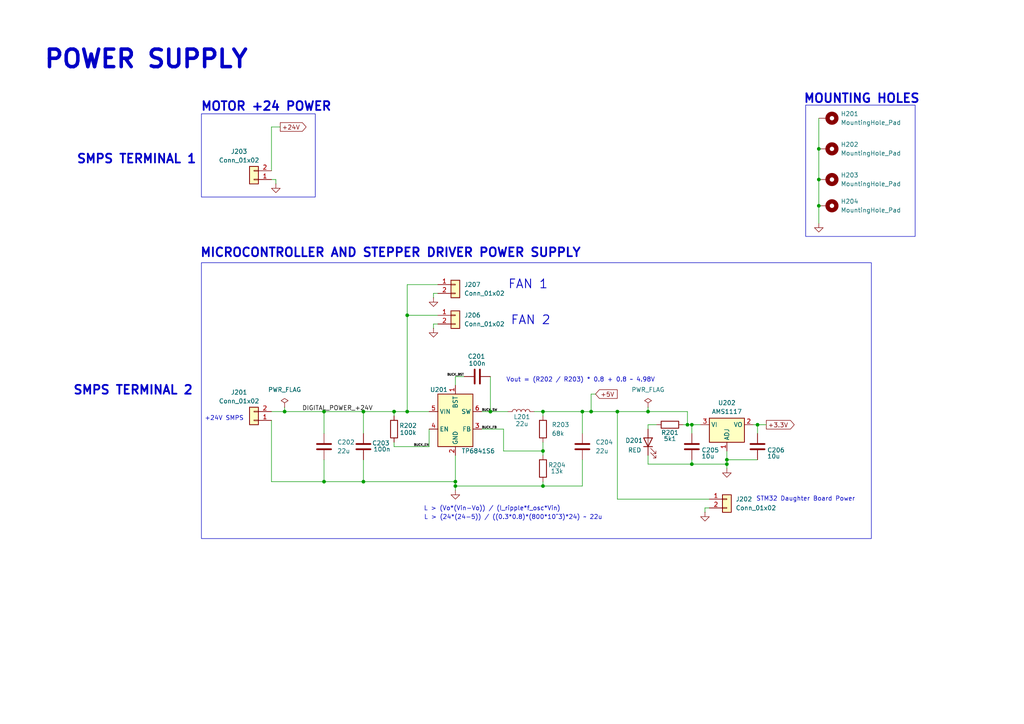
<source format=kicad_sch>
(kicad_sch (version 20250114) (generator "eeschema") (generator_version "9.0")
  (paper "A4")
  (lib_symbols
    (symbol "Connector_Generic:Conn_01x02" (pin_names (offset 1.016) (hide yes))
      (property "Reference" "J" (at 0 2.54 0))
      (property "Value" "Conn_01x02" (at 0 -5.08 0))
      (symbol "Conn_01x02_1_1"
        (rectangle (start -1.27 1.27) (end 1.27 -3.81) (stroke (width 0.254)) (fill (type background)))
        (rectangle (start -1.27 0.127) (end 0 -0.127) (stroke (width 0.1524)))
        (rectangle (start -1.27 -2.413) (end 0 -2.667) (stroke (width 0.1524)))
        (pin passive line (at -5.08 0 0) (length 3.81) (name "Pin_1") (number "1"))
        (pin passive line (at -5.08 -2.54 0) (length 3.81) (name "Pin_2") (number "2"))
      )
    )
    (symbol "Device:C" (pin_numbers (hide yes)) (pin_names (offset 0.254))
      (property "Reference" "C" (at 0.635 2.54 0))
      (property "Value" "C" (at 0.635 -2.54 0))
      (symbol "C_0_1"
        (polyline (pts (xy -2.032 0.762) (xy 2.032 0.762)) (stroke (width 0.508)))
        (polyline (pts (xy -2.032 -0.762) (xy 2.032 -0.762)) (stroke (width 0.508)))
      )
      (symbol "C_1_1"
        (pin passive line (at 0 3.81 270) (length 2.794) (name "~") (number "1"))
        (pin passive line (at 0 -3.81 90) (length 2.794) (name "~") (number "2"))
      )
    )
    (symbol "Device:L" (pin_numbers (hide yes)) (pin_names (offset 1.016) (hide yes))
      (property "Reference" "L" (at -1.27 0 90))
      (property "Value" "L" (at 1.905 0 90))
      (symbol "L_0_1"
        (arc (start 0 2.54) (mid 0.6323 1.905) (end 0 1.27))
        (arc (start 0 1.27) (mid 0.6323 0.635) (end 0 0))
        (arc (start 0 0) (mid 0.6323 -0.635) (end 0 -1.27))
        (arc (start 0 -1.27) (mid 0.6323 -1.905) (end 0 -2.54))
      )
      (symbol "L_1_1"
        (pin passive line (at 0 3.81 270) (length 1.27) (name "1") (number "1"))
        (pin passive line (at 0 -3.81 90) (length 1.27) (name "2") (number "2"))
      )
    )
    (symbol "Device:LED" (pin_numbers (hide yes)) (pin_names (offset 1.016) (hide yes))
      (property "Reference" "D" (at 0 2.54 0))
      (property "Value" "LED" (at 0 -2.54 0))
      (symbol "LED_0_1"
        (polyline (pts (xy -3.048 -0.762) (xy -4.572 -2.286) (xy -3.81 -2.286) (xy -4.572 -2.286) (xy -4.572 -1.524)))
        (polyline (pts (xy -1.778 -0.762) (xy -3.302 -2.286) (xy -2.54 -2.286) (xy -3.302 -2.286) (xy -3.302 -1.524)))
        (polyline (pts (xy -1.27 0) (xy 1.27 0)))
        (polyline (pts (xy -1.27 -1.27) (xy -1.27 1.27)) (stroke (width 0.254)))
        (polyline (pts (xy 1.27 -1.27) (xy 1.27 1.27) (xy -1.27 0) (xy 1.27 -1.27)) (stroke (width 0.254)))
      )
      (symbol "LED_1_1"
        (pin passive line (at -3.81 0 0) (length 2.54) (name "K") (number "1"))
        (pin passive line (at 3.81 0 180) (length 2.54) (name "A") (number "2"))
      )
    )
    (symbol "Device:R" (pin_numbers (hide yes)) (pin_names (offset 0))
      (property "Reference" "R" (at 2.032 0 90))
      (property "Value" "R" (at 0 0 90))
      (symbol "R_0_1"
        (rectangle (start -1.016 -2.54) (end 1.016 2.54) (stroke (width 0.254)))
      )
      (symbol "R_1_1"
        (pin passive line (at 0 3.81 270) (length 1.27) (name "~") (number "1"))
        (pin passive line (at 0 -3.81 90) (length 1.27) (name "~") (number "2"))
      )
    )
    (symbol "Mechanical:MountingHole_Pad" (pin_numbers (hide yes)) (pin_names (offset 1.016) (hide yes)) (exclude_from_sim yes) (in_bom no)
      (property "Reference" "H" (at 0 6.35 0))
      (property "Value" "MountingHole_Pad" (at 0 4.445 0))
      (symbol "MountingHole_Pad_0_1"
        (circle (center 0 1.27) (radius 1.27) (stroke (width 1.27)))
      )
      (symbol "MountingHole_Pad_1_1"
        (pin input line (at 0 -2.54 90) (length 2.54) (name "1") (number "1"))
      )
    )
    (symbol "Regulator_Linear:AMS1117"
      (property "Reference" "U" (at -3.81 3.175 0))
      (property "Value" "AMS1117" (at 0 3.175 0))
      (symbol "AMS1117_0_1"
        (rectangle (start -5.08 -5.08) (end 5.08 1.905) (stroke (width 0.254)) (fill (type background)))
      )
      (symbol "AMS1117_1_1"
        (pin power_in line (at -7.62 0 0) (length 2.54) (name "VI") (number "3"))
        (pin input line (at 0 -7.62 90) (length 2.54) (name "ADJ") (number "1"))
        (pin power_out line (at 7.62 0 180) (length 2.54) (name "VO") (number "2"))
      )
    )
    (symbol "dorjee symbols:TP6841S6"
      (property "Reference" "U" (at -5.842 7.366 0))
      (property "Value" "TP6841S6" (at -0.762 -10.16 0))
      (symbol "TP6841S6_0_1"
        (rectangle (start -6.35 6.35) (end 3.81 -8.89) (stroke (width 0.254)) (fill (type background)))
      )
      (symbol "TP6841S6_1_1"
        (pin power_in line (at -8.89 1.27 0) (length 2.54) (name "VIN") (number "5"))
        (pin input line (at -8.89 -3.81 0) (length 2.54) (name "EN") (number "4"))
        (pin passive line (at -1.27 8.89 270) (length 2.54) (name "BST") (number "1"))
        (pin power_in line (at -1.27 -11.43 90) (length 2.54) (name "GND") (number "2"))
        (pin output line (at 6.35 1.27 180) (length 2.54) (name "SW") (number "6"))
        (pin input line (at 6.35 -3.81 180) (length 2.54) (name "FB") (number "3"))
      )
    )
    (symbol "power:GND" (power) (pin_numbers (hide yes)) (pin_names (offset 0) (hide yes))
      (property "Value" "GND" (at 0 -3.81 0))
      (symbol "GND_0_1"
        (polyline (pts (xy 0 0) (xy 0 -1.27) (xy 1.27 -1.27) (xy 0 -2.54) (xy -1.27 -1.27) (xy 0 -1.27)))
      )
      (symbol "GND_1_1"
        (pin power_in line (at 0 0 270) (length 0) (name "~") (number "1"))
      )
    )
    (symbol "power:PWR_FLAG" (power) (pin_numbers (hide yes)) (pin_names (offset 0) (hide yes))
      (property "Value" "PWR_FLAG" (at 0 3.81 0))
      (symbol "PWR_FLAG_0_0"
        (pin power_out line (at 0 0 90) (length 0) (name "~") (number "1"))
      )
      (symbol "PWR_FLAG_0_1"
        (polyline (pts (xy 0 0) (xy 0 1.27) (xy -1.016 1.905) (xy 0 2.54) (xy 1.016 1.905) (xy 0 1.27)))
      )
    )
  )
  (rectangle (start 233.68 30.48) (end 265.43 68.58))
  (rectangle (start 58.42 76.2) (end 252.73 156.21))
  (rectangle (start 58.42 33.02) (end 91.44 57.15))
  (text "SMPS TERMINAL 2" (at 38.608 113.284 0) (effects (font (size 2.54 2.54) (thickness 0.508) (bold yes))))
  (text "+24V SMPS" (at 65.024 121.412 0) (effects (font (size 1.27 1.27))))
  (text "L > (24*(24-5)) / ((0.3*0.8)*(800*10^3)*24) ~ 22u" (at 148.844 150.114 0) (effects (font (size 1.27 1.27))))
  (text "Vout = (R202 / R203) * 0.8 + 0.8 ~ 4.98V" (at 168.402 110.236 0) (effects (font (size 1.27 1.27) (thickness 0.1588))))
  (text "MOTOR +24 POWER" (at 77.216 30.988 0) (effects (font (size 2.54 2.54) (thickness 0.508) (bold yes))))
  (text "MOUNTING HOLES" (at 249.936 28.702 0) (effects (font (size 2.54 2.54) (thickness 0.508) (bold yes))))
  (text "SMPS TERMINAL 1" (at 39.624 46.228 0) (effects (font (size 2.54 2.54) (thickness 0.508) (bold yes))))
  (text "POWER SUPPLY\n" (at 42.418 17.272 0) (effects (font (size 5.08 5.08) (thickness 1.016) (bold yes))))
  (text "STM32 Daughter Board Power" (at 233.68 144.78 0) (effects (font (size 1.27 1.27))))
  (text "FAN 2" (at 153.924 92.964 0) (effects (font (size 2.54 2.54) (thickness 0.254) (bold yes))))
  (text "MICROCONTROLLER AND STEPPER DRIVER POWER SUPPLY" (at 113.284 73.406 0) (effects (font (size 2.54 2.54) (thickness 0.508) (bold yes))))
  (text "L > (Vo*(Vin-Vo)) / (I_ripple*f_osc*Vin)" (at 142.748 147.574 0) (effects (font (size 1.27 1.27) (thickness 0.1588))))
  (text "FAN 1" (at 153.162 82.55 0) (effects (font (size 2.54 2.54) (thickness 0.254) (bold yes))))
  (junction (at 118.11 119.38))
  (junction (at 114.3 119.38))
  (junction (at 237.49 59.69))
  (junction (at 132.08 139.7))
  (junction (at 93.98 139.7))
  (junction (at 82.55 119.38))
  (junction (at 171.45 119.38))
  (junction (at 168.91 119.38))
  (junction (at 237.49 43.18))
  (junction (at 157.48 119.38))
  (junction (at 105.41 139.7))
  (junction (at 219.71 123.19))
  (junction (at 157.48 140.97))
  (junction (at 118.11 91.44))
  (junction (at 210.82 133.35))
  (junction (at 237.49 52.07))
  (junction (at 187.96 119.38))
  (junction (at 210.82 134.62))
  (junction (at 199.39 123.19))
  (junction (at 157.48 130.81))
  (junction (at 93.98 119.38))
  (junction (at 200.66 123.19))
  (junction (at 142.24 119.38))
  (junction (at 179.07 119.38))
  (junction (at 105.41 119.38))
  (junction (at 200.66 134.62))
  (junction (at 132.08 140.97))
  (wire (pts (xy 168.91 119.38) (xy 168.91 125.73)))
  (wire (pts (xy 179.07 119.38) (xy 179.07 144.78)))
  (wire (pts (xy 210.82 130.81) (xy 210.82 133.35)))
  (wire (pts (xy 199.39 119.38) (xy 199.39 123.19)))
  (wire (pts (xy 93.98 119.38) (xy 93.98 125.73)))
  (wire (pts (xy 168.91 133.35) (xy 168.91 140.97)))
  (wire (pts (xy 114.3 119.38) (xy 118.11 119.38)))
  (wire (pts (xy 179.07 119.38) (xy 187.96 119.38)))
  (wire (pts (xy 118.11 91.44) (xy 127 91.44)))
  (wire (pts (xy 157.48 120.65) (xy 157.48 119.38)))
  (wire (pts (xy 210.82 133.35) (xy 219.71 133.35)))
  (wire (pts (xy 139.7 124.46) (xy 146.05 124.46)))
  (wire (pts (xy 80.01 52.07) (xy 78.74 52.07)))
  (wire (pts (xy 171.45 114.3) (xy 171.45 119.38)))
  (wire (pts (xy 118.11 119.38) (xy 118.11 91.44)))
  (wire (pts (xy 187.96 132.08) (xy 187.96 134.62)))
  (wire (pts (xy 132.08 109.22) (xy 132.08 111.76)))
  (wire (pts (xy 210.82 134.62) (xy 210.82 135.89)))
  (wire (pts (xy 200.66 123.19) (xy 200.66 125.73)))
  (wire (pts (xy 204.47 147.32) (xy 204.47 148.59)))
  (wire (pts (xy 157.48 130.81) (xy 157.48 132.08)))
  (wire (pts (xy 200.66 134.62) (xy 210.82 134.62)))
  (wire (pts (xy 200.66 123.19) (xy 203.2 123.19)))
  (wire (pts (xy 114.3 128.27) (xy 114.3 129.54)))
  (wire (pts (xy 237.49 59.69) (xy 237.49 64.77)))
  (wire (pts (xy 142.24 119.38) (xy 147.32 119.38)))
  (wire (pts (xy 198.12 123.19) (xy 199.39 123.19)))
  (wire (pts (xy 118.11 119.38) (xy 124.46 119.38)))
  (wire (pts (xy 93.98 139.7) (xy 105.41 139.7)))
  (wire (pts (xy 78.74 119.38) (xy 82.55 119.38)))
  (wire (pts (xy 125.73 85.09) (xy 125.73 86.36)))
  (wire (pts (xy 157.48 139.7) (xy 157.48 140.97)))
  (wire (pts (xy 78.74 139.7) (xy 93.98 139.7)))
  (wire (pts (xy 114.3 119.38) (xy 114.3 120.65)))
  (wire (pts (xy 171.45 119.38) (xy 179.07 119.38)))
  (wire (pts (xy 157.48 119.38) (xy 154.94 119.38)))
  (wire (pts (xy 80.01 53.34) (xy 80.01 52.07)))
  (wire (pts (xy 237.49 52.07) (xy 237.49 59.69)))
  (wire (pts (xy 187.96 118.11) (xy 187.96 119.38)))
  (wire (pts (xy 146.05 124.46) (xy 146.05 130.81)))
  (wire (pts (xy 82.55 119.38) (xy 93.98 119.38)))
  (wire (pts (xy 78.74 121.92) (xy 78.74 139.7)))
  (wire (pts (xy 157.48 130.81) (xy 157.48 128.27)))
  (wire (pts (xy 134.62 109.22) (xy 132.08 109.22)))
  (wire (pts (xy 219.71 123.19) (xy 219.71 125.73)))
  (wire (pts (xy 139.7 119.38) (xy 142.24 119.38)))
  (wire (pts (xy 132.08 140.97) (xy 157.48 140.97)))
  (wire (pts (xy 168.91 119.38) (xy 171.45 119.38)))
  (wire (pts (xy 168.91 140.97) (xy 157.48 140.97)))
  (wire (pts (xy 132.08 139.7) (xy 132.08 140.97)))
  (wire (pts (xy 205.74 147.32) (xy 204.47 147.32)))
  (wire (pts (xy 105.41 139.7) (xy 132.08 139.7)))
  (wire (pts (xy 157.48 119.38) (xy 168.91 119.38)))
  (wire (pts (xy 132.08 132.08) (xy 132.08 139.7)))
  (wire (pts (xy 132.08 140.97) (xy 132.08 142.24)))
  (wire (pts (xy 127 93.98) (xy 125.73 93.98)))
  (wire (pts (xy 190.5 123.19) (xy 187.96 123.19)))
  (wire (pts (xy 187.96 123.19) (xy 187.96 124.46)))
  (wire (pts (xy 125.73 93.98) (xy 125.73 95.25)))
  (wire (pts (xy 237.49 34.29) (xy 237.49 43.18)))
  (wire (pts (xy 142.24 119.38) (xy 142.24 109.22)))
  (wire (pts (xy 124.46 124.46) (xy 124.46 129.54)))
  (wire (pts (xy 78.74 36.83) (xy 81.28 36.83)))
  (wire (pts (xy 200.66 134.62) (xy 200.66 133.35)))
  (wire (pts (xy 118.11 82.55) (xy 127 82.55)))
  (wire (pts (xy 199.39 123.19) (xy 200.66 123.19)))
  (wire (pts (xy 219.71 123.19) (xy 222.25 123.19)))
  (wire (pts (xy 146.05 130.81) (xy 157.48 130.81)))
  (wire (pts (xy 172.72 114.3) (xy 171.45 114.3)))
  (wire (pts (xy 237.49 43.18) (xy 237.49 52.07)))
  (wire (pts (xy 219.71 123.19) (xy 218.44 123.19)))
  (wire (pts (xy 93.98 119.38) (xy 105.41 119.38)))
  (wire (pts (xy 78.74 49.53) (xy 78.74 36.83)))
  (wire (pts (xy 210.82 133.35) (xy 210.82 134.62)))
  (wire (pts (xy 127 85.09) (xy 125.73 85.09)))
  (wire (pts (xy 187.96 119.38) (xy 199.39 119.38)))
  (wire (pts (xy 124.46 129.54) (xy 114.3 129.54)))
  (wire (pts (xy 187.96 134.62) (xy 200.66 134.62)))
  (wire (pts (xy 93.98 133.35) (xy 93.98 139.7)))
  (wire (pts (xy 105.41 119.38) (xy 114.3 119.38)))
  (wire (pts (xy 118.11 91.44) (xy 118.11 82.55)))
  (wire (pts (xy 105.41 133.35) (xy 105.41 139.7)))
  (wire (pts (xy 179.07 144.78) (xy 205.74 144.78)))
  (wire (pts (xy 82.55 118.11) (xy 82.55 119.38)))
  (wire (pts (xy 105.41 119.38) (xy 105.41 125.73)))
  (label "BUCK_SW" (at 139.7 119.38 0) (effects (font (size 0.635 0.635))))
  (label "DIGITAL_POWER_+24V" (at 87.63 119.38 0))
  (label "BUCK_BST" (at 134.62 109.22 180) (effects (font (size 0.635 0.635) (thickness 0.254) (bold yes))))
  (label "BUCK_EN" (at 124.46 129.54 180) (effects (font (size 0.635 0.635))))
  (label "BUCK_FB" (at 139.7 124.46 0) (effects (font (size 0.635 0.635))))
  (global_label "+5V" (shape input) (at 172.72 114.3 0) (property "Intersheetrefs" "${INTERSHEET_REFS}" (effects (hide yes))))
  (global_label "+24V" (shape output) (at 81.28 36.83 0) (property "Intersheetrefs" "${INTERSHEET_REFS}" (effects (hide yes))))
  (global_label "+3.3V" (shape output) (at 222.25 123.19 0) (property "Intersheetrefs" "${INTERSHEET_REFS}" (effects (hide yes))))
  (symbol (lib_id "Mechanical:MountingHole_Pad") (at 240.03 34.29 270) (unit 1) (in_bom no)
    (property "Reference" "H201" (at 243.84 33.0199 90) (effects (justify left)))
    (property "Value" "MountingHole_Pad" (at 243.84 35.5599 90) (effects (justify left)))
    (property "Footprint" "MountingHole:MountingHole_2.2mm_M2_DIN965_Pad" (effects (hide yes)))
    (property "Description" "Mounting Hole with connection" (effects (hide yes)))
  )
  (symbol (lib_id "power:GND") (at 204.47 148.59 0) (unit 1)
    (property "Reference" "#PWR0204" (effects (hide yes)))
    (property "Value" "GND" (effects (hide yes)))
    (property "Description" "Power symbol creates a global label with name \"GND\" , ground" (effects (hide yes)))
  )
  (symbol (lib_id "Device:C") (at 168.91 129.54 0) (unit 1)
    (property "Reference" "C204" (at 172.72 128.2699 0) (effects (justify left)))
    (property "Value" "22u" (at 172.72 130.8099 0) (effects (justify left)))
    (property "Footprint" "Capacitor_SMD:C_2220_5750Metric" (effects (hide yes)))
    (property "Description" "Unpolarized capacitor" (effects (hide yes)))
    (property "Manufacturer" "PSA(Prosperity Dielectrics)" (effects (hide yes)))
    (property "MPN" "FS55X226K500EHG" (effects (hide yes)))
    (property "LCSC Part Number" "C784103" (effects (hide yes)))
  )
  (symbol (lib_id "Device:L") (at 151.13 119.38 90) (unit 1)
    (property "Reference" "L201" (at 151.384 120.904 90))
    (property "Value" "22u" (at 151.384 122.936 90))
    (property "Footprint" "Inductor_SMD:L_10.4x10.4_H4.8" (effects (hide yes)))
    (property "Description" "Inductor" (effects (hide yes)))
    (property "Manufacturer" "SXN(Shun Xiang Nuo Elec)" (effects (hide yes)))
    (property "MPN" "SMDRH105R-220MT" (effects (hide yes)))
    (property "LCSC Part Number" "C10165" (effects (hide yes)))
  )
  (symbol (lib_id "Connector_Generic:Conn_01x02") (at 73.66 52.07 180) (unit 1) (in_bom no)
    (property "Reference" "J203" (at 69.342 43.942 0))
    (property "Value" "Conn_01x02" (at 69.342 46.482 0))
    (property "Footprint" "TerminalBlock:TerminalBlock_bornier-2_P5.08mm" (effects (hide yes)))
    (property "Description" "Generic connector, single row, 01x02, script generated (kicad-library-utils/schlib/autogen/connector/)" (effects (hide yes)))
  )
  (symbol (lib_id "Device:C") (at 105.41 129.54 180) (unit 1)
    (property "Reference" "C203" (at 113.03 128.524 0) (effects (justify left)))
    (property "Value" "100n" (at 113.284 130.302 0) (effects (justify left)))
    (property "Footprint" "Capacitor_SMD:C_0603_1608Metric" (effects (hide yes)))
    (property "Description" "Unpolarized capacitor" (effects (hide yes)))
    (property "Manufacturer" "YAGEO" (effects (hide yes)))
    (property "MPN" "CC0603KRX7R9BB104" (effects (hide yes)))
    (property "LCSC Part Number" "C14663" (effects (hide yes)))
  )
  (symbol (lib_id "Device:C") (at 138.43 109.22 270) (unit 1)
    (property "Reference" "C201" (at 135.636 103.378 90) (effects (justify left)))
    (property "Value" "100n" (at 135.89 105.41 90) (effects (justify left)))
    (property "Footprint" "Capacitor_SMD:C_0603_1608Metric" (effects (hide yes)))
    (property "Description" "Unpolarized capacitor" (effects (hide yes)))
    (property "Manufacturer" "YAGEO" (effects (hide yes)))
    (property "MPN" "CC0603KRX7R9BB104" (effects (hide yes)))
    (property "LCSC Part Number" "C14663" (effects (hide yes)))
  )
  (symbol (lib_id "power:GND") (at 132.08 142.24 0) (unit 1)
    (property "Reference" "#PWR0203" (effects (hide yes)))
    (property "Value" "GND" (effects (hide yes)))
    (property "Description" "Power symbol creates a global label with name \"GND\" , ground" (effects (hide yes)))
  )
  (symbol (lib_id "Mechanical:MountingHole_Pad") (at 240.03 43.18 270) (unit 1) (in_bom no)
    (property "Reference" "H202" (at 243.84 41.9099 90) (effects (justify left)))
    (property "Value" "MountingHole_Pad" (at 243.84 44.4499 90) (effects (justify left)))
    (property "Footprint" "MountingHole:MountingHole_2.2mm_M2_DIN965_Pad" (effects (hide yes)))
    (property "Description" "Mounting Hole with connection" (effects (hide yes)))
  )
  (symbol (lib_id "Connector_Generic:Conn_01x02") (at 73.66 121.92 180) (unit 1) (in_bom no)
    (property "Reference" "J201" (at 69.342 113.792 0))
    (property "Value" "Conn_01x02" (at 69.342 116.332 0))
    (property "Footprint" "TerminalBlock:TerminalBlock_bornier-2_P5.08mm" (effects (hide yes)))
    (property "Description" "Generic connector, single row, 01x02, script generated (kicad-library-utils/schlib/autogen/connector/)" (effects (hide yes)))
  )
  (symbol (lib_id "Mechanical:MountingHole_Pad") (at 240.03 52.07 270) (unit 1) (in_bom no)
    (property "Reference" "H203" (at 243.84 50.7999 90) (effects (justify left)))
    (property "Value" "MountingHole_Pad" (at 243.84 53.3399 90) (effects (justify left)))
    (property "Footprint" "MountingHole:MountingHole_2.2mm_M2_DIN965_Pad" (effects (hide yes)))
    (property "Description" "Mounting Hole with connection" (effects (hide yes)))
  )
  (symbol (lib_id "power:GND") (at 80.01 53.34 0) (unit 1)
    (property "Reference" "#PWR0205" (effects (hide yes)))
    (property "Value" "GND" (effects (hide yes)))
    (property "Description" "Power symbol creates a global label with name \"GND\" , ground" (effects (hide yes)))
  )
  (symbol (lib_id "Device:LED") (at 187.96 128.27 90) (unit 1)
    (property "Reference" "D201" (at 181.356 127.762 90) (effects (justify right)))
    (property "Value" "RED" (at 182.118 130.556 90) (effects (justify right)))
    (property "Footprint" "LED_SMD:LED_0603_1608Metric" (effects (hide yes)))
    (property "Description" "Light emitting diode" (effects (hide yes)))
    (property "Sim.Pins" "1=K 2=A" (effects (hide yes)))
    (property "Manufacturer" "Hubei KENTO Elec" (effects (hide yes)))
    (property "MPN" "KT-0603R" (effects (hide yes)))
    (property "LCSC Part Number" "C2286" (effects (hide yes)))
  )
  (symbol (lib_id "Device:R") (at 194.31 123.19 90) (unit 1)
    (property "Reference" "R201" (at 194.31 125.476 90))
    (property "Value" "5k1" (at 194.31 127.254 90))
    (property "Footprint" "Resistor_SMD:R_0603_1608Metric" (effects (hide yes)))
    (property "Description" "Resistor" (effects (hide yes)))
    (property "Manufacturer" "UNI-ROYAL(Uniroyal Elec)" (effects (hide yes)))
    (property "MPN" "0603WAF5101T5E" (effects (hide yes)))
    (property "LCSC Part Number" "C23186" (effects (hide yes)))
  )
  (symbol (lib_id "Mechanical:MountingHole_Pad") (at 240.03 59.69 270) (unit 1) (in_bom no)
    (property "Reference" "H204" (at 243.84 58.4199 90) (effects (justify left)))
    (property "Value" "MountingHole_Pad" (at 243.84 60.9599 90) (effects (justify left)))
    (property "Footprint" "MountingHole:MountingHole_2.2mm_M2_DIN965_Pad" (effects (hide yes)))
    (property "Description" "Mounting Hole with connection" (effects (hide yes)))
  )
  (symbol (lib_id "power:PWR_FLAG") (at 82.55 118.11 0) (unit 1)
    (property "Reference" "#FLG0201" (effects (hide yes)))
    (property "Value" "PWR_FLAG" (at 82.55 113.03 0))
    (property "Description" "Special symbol for telling ERC where power comes from" (effects (hide yes)))
  )
  (symbol (lib_id "Connector_Generic:Conn_01x02") (at 132.08 82.55 0) (unit 1) (in_bom no)
    (property "Reference" "J207" (at 134.62 82.5499 0) (effects (justify left)))
    (property "Value" "Conn_01x02" (at 134.62 85.0899 0) (effects (justify left)))
    (property "Footprint" "Connector_PinHeader_2.54mm:PinHeader_1x02_P2.54mm_Vertical" (effects (hide yes)))
    (property "Description" "Generic connector, single row, 01x02, script generated (kicad-library-utils/schlib/autogen/connector/)" (effects (hide yes)))
  )
  (symbol (lib_id "power:GND") (at 237.49 64.77 0) (unit 1)
    (property "Reference" "#PWR0206" (effects (hide yes)))
    (property "Value" "GND" (effects (hide yes)))
    (property "Description" "Power symbol creates a global label with name \"GND\" , ground" (effects (hide yes)))
  )
  (symbol (lib_id "power:PWR_FLAG") (at 187.96 118.11 0) (unit 1)
    (property "Reference" "#FLG0202" (effects (hide yes)))
    (property "Value" "PWR_FLAG" (at 187.96 113.03 0))
    (property "Description" "Special symbol for telling ERC where power comes from" (effects (hide yes)))
  )
  (symbol (lib_id "Connector_Generic:Conn_01x02") (at 132.08 91.44 0) (unit 1) (in_bom no)
    (property "Reference" "J206" (at 134.62 91.4399 0) (effects (justify left)))
    (property "Value" "Conn_01x02" (at 134.62 93.9799 0) (effects (justify left)))
    (property "Footprint" "Connector_PinHeader_2.54mm:PinHeader_1x02_P2.54mm_Vertical" (effects (hide yes)))
    (property "Description" "Generic connector, single row, 01x02, script generated (kicad-library-utils/schlib/autogen/connector/)" (effects (hide yes)))
  )
  (symbol (lib_id "power:GND") (at 125.73 95.25 0) (unit 1)
    (property "Reference" "#PWR0209" (effects (hide yes)))
    (property "Value" "GND" (effects (hide yes)))
    (property "Description" "Power symbol creates a global label with name \"GND\" , ground" (effects (hide yes)))
  )
  (symbol (lib_id "Device:R") (at 157.48 124.46 0) (unit 1)
    (property "Reference" "R203" (at 160.02 123.1899 0) (effects (justify left)))
    (property "Value" "68k" (at 160.02 125.7299 0) (effects (justify left)))
    (property "Footprint" "Resistor_SMD:R_0603_1608Metric" (effects (hide yes)))
    (property "Description" "Resistor" (effects (hide yes)))
    (property "Manufacturer" "UNI-ROYAL(Uniroyal Elec)" (effects (hide yes)))
    (property "MPN" "0603WAF6802T5E" (effects (hide yes)))
    (property "LCSC Part Number" "C23231" (effects (hide yes)))
  )
  (symbol (lib_id "Device:C") (at 219.71 129.54 0) (unit 1)
    (property "Reference" "C206" (at 222.504 130.556 0) (effects (justify left)))
    (property "Value" "10u" (at 222.504 132.334 0) (effects (justify left)))
    (property "Footprint" "Capacitor_SMD:C_0603_1608Metric" (effects (hide yes)))
    (property "Description" "Unpolarized capacitor" (effects (hide yes)))
    (property "Manufacturer" "Samsung Electro-Mechanics" (effects (hide yes)))
    (property "MPN" "CL10A106MA8NRNC" (effects (hide yes)))
    (property "LCSC Part Number" "C96446" (effects (hide yes)))
  )
  (symbol (lib_id "power:GND") (at 210.82 135.89 0) (unit 1)
    (property "Reference" "#PWR0202" (effects (hide yes)))
    (property "Value" "GND" (effects (hide yes)))
    (property "Description" "Power symbol creates a global label with name \"GND\" , ground" (effects (hide yes)))
  )
  (symbol (lib_id "Device:R") (at 114.3 124.46 0) (unit 1)
    (property "Reference" "R202" (at 118.364 123.444 0))
    (property "Value" "100k" (at 118.364 125.476 0))
    (property "Footprint" "Resistor_SMD:R_0603_1608Metric" (effects (hide yes)))
    (property "Description" "Resistor" (effects (hide yes)))
    (property "Manufacturer" "UNI-ROYAL(Uniroyal Elec)" (effects (hide yes)))
    (property "MPN" "0603WAF1003T5E" (effects (hide yes)))
    (property "LCSC Part Number" "C25803" (effects (hide yes)))
  )
  (symbol (lib_id "Device:C") (at 93.98 129.54 0) (unit 1)
    (property "Reference" "C202" (at 97.79 128.2699 0) (effects (justify left)))
    (property "Value" "22u" (at 97.79 130.8099 0) (effects (justify left)))
    (property "Footprint" "Capacitor_SMD:C_2220_5750Metric" (effects (hide yes)))
    (property "Description" "Unpolarized capacitor" (effects (hide yes)))
    (property "Manufacturer" "PSA(Prosperity Dielectrics)" (effects (hide yes)))
    (property "MPN" "FS55X226K500EHG" (effects (hide yes)))
    (property "LCSC Part Number" "C784103" (effects (hide yes)))
  )
  (symbol (lib_id "Regulator_Linear:AMS1117") (at 210.82 123.19 0) (unit 1)
    (property "Reference" "U202" (at 210.82 116.84 0))
    (property "Value" "AMS1117" (at 210.82 119.38 0))
    (property "Footprint" "Package_TO_SOT_SMD:SOT-223-3_TabPin2" (effects (hide yes)))
    (property "Datasheet" "http://www.advanced-monolithic.com/pdf/ds1117.pdf" (effects (hide yes)))
    (property "Description" "1A Low Dropout regulator, positive, adjustable output, SOT-223" (effects (hide yes)))
    (property "Manufacturer" "Advanced Monolithic Systems" (effects (hide yes)))
    (property "MPN" "AMS1117-3.3" (effects (hide yes)))
    (property "LCSC Part Number" "C6186" (effects (hide yes)))
  )
  (symbol (lib_id "Device:C") (at 200.66 129.54 0) (unit 1)
    (property "Reference" "C205" (at 203.454 130.556 0) (effects (justify left)))
    (property "Value" "10u" (at 203.454 132.334 0) (effects (justify left)))
    (property "Footprint" "Capacitor_SMD:C_0603_1608Metric" (effects (hide yes)))
    (property "Description" "Unpolarized capacitor" (effects (hide yes)))
    (property "Manufacturer" "Samsung Electro-Mechanics" (effects (hide yes)))
    (property "MPN" "CL10A106MA8NRNC" (effects (hide yes)))
    (property "LCSC Part Number" "C96446" (effects (hide yes)))
  )
  (symbol (lib_id "Device:R") (at 157.48 135.89 180) (unit 1)
    (property "Reference" "R204" (at 161.544 134.874 0))
    (property "Value" "13k" (at 161.544 136.652 0))
    (property "Footprint" "Resistor_SMD:R_0603_1608Metric" (effects (hide yes)))
    (property "Description" "Resistor" (effects (hide yes)))
    (property "Manufacturer" "UNI-ROYAL(Uniroyal Elec)" (effects (hide yes)))
    (property "MPN" "0603WAF1302T5E" (effects (hide yes)))
    (property "LCSC Part Number" "C22797" (effects (hide yes)))
  )
  (symbol (lib_id "power:GND") (at 125.73 86.36 0) (unit 1)
    (property "Reference" "#PWR0208" (effects (hide yes)))
    (property "Value" "GND" (effects (hide yes)))
    (property "Description" "Power symbol creates a global label with name \"GND\" , ground" (effects (hide yes)))
  )
  (symbol (lib_id "Connector_Generic:Conn_01x02") (at 210.82 144.78 0) (unit 1) (in_bom no)
    (property "Reference" "J202" (at 213.36 144.7799 0) (effects (justify left)))
    (property "Value" "Conn_01x02" (at 213.36 147.3199 0) (effects (justify left)))
    (property "Footprint" "Connector_PinHeader_2.54mm:PinHeader_1x02_P2.54mm_Vertical" (effects (hide yes)))
    (property "Description" "Generic connector, single row, 01x02, script generated (kicad-library-utils/schlib/autogen/connector/)" (effects (hide yes)))
  )
  (symbol (lib_id "dorjee symbols:TP6841S6") (at 133.35 120.65 0) (unit 1)
    (property "Reference" "U201" (at 124.714 113.03 0) (effects (justify left)))
    (property "Value" "TP6841S6" (at 133.858 130.81 0) (effects (justify left)))
    (property "Footprint" "Package_TO_SOT_SMD:SOT-23-6" (effects (hide yes)))
    (property "Datasheet" "https://jlcpcb.com/api/file/downloadByFileSystemAccessId/8588919820586377216" (effects (hide yes)))
    (property "Description" "800mA Synchronous Step-Down Voltage Regulator, 5V Output Voltage, 4.5-40V Input Voltage, SOT-23-6" (effects (hide yes)))
    (property "Manufacturer" "TECH PUBLIC" (effects (hide yes)))
    (property "MPN" "TP6841S6-A" (effects (hide yes)))
    (property "LCSC Part Number" "C2844924" (effects (hide yes)))
  )
)
</source>
